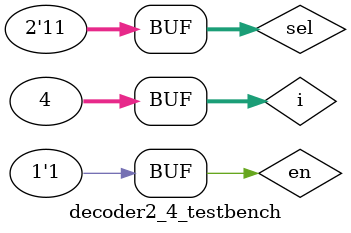
<source format=sv>
module decoder2_4 (
   output logic [3:0] d,
   input  logic [1:0] sel,
   input  logic       en
   );

   logic [1:0] seln;
   not n0 (seln[0], sel[0]);
   not n1 (seln[1], sel[1]);

   and d0 (d[0], en, seln[1], seln[0]);
   and d1 (d[1], en, seln[1], sel[0]);
   and d2 (d[2], en, sel[1],  seln[0]);
   and d3 (d[3], en, sel[1],  sel[0]);
endmodule

module decoder2_4_testbench ();
   logic [3:0] d;
   logic [1:0] sel;
   logic       en;

   decoder2_4 dut (.d, .sel, .en);

   integer i;
   initial begin
      en = 1'b0;
      for (i = 0; i < 4; i++) begin
         sel = i; #10;
      end
      sel = 2'b00;
      en = 1'b1;
      for (i = 0; i < 4; i++) begin
         sel = i; #10;
      end
   end
endmodule 

</source>
